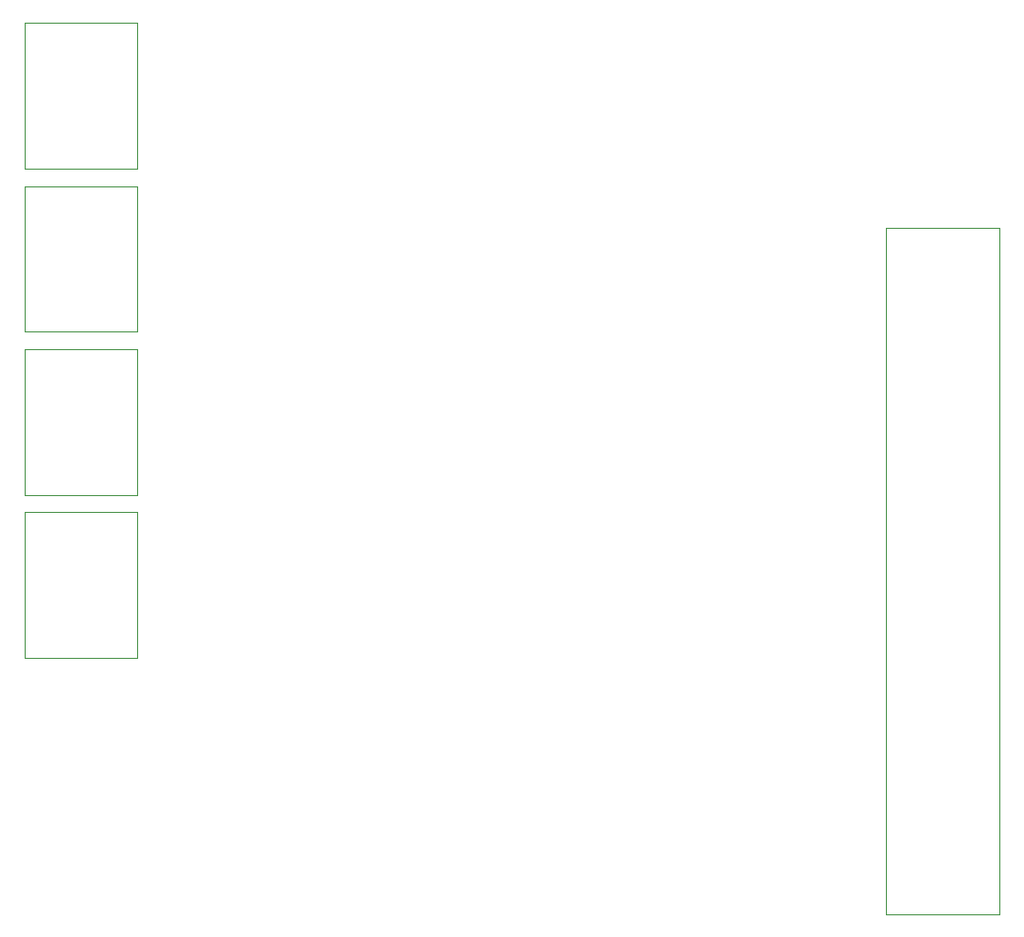
<source format=gbr>
%TF.GenerationSoftware,Altium Limited,Altium Designer,21.8.1 (53)*%
G04 Layer_Color=32768*
%FSLAX43Y43*%
%MOMM*%
%TF.SameCoordinates,E96829AD-C41B-4C4D-B55E-E99DFAFB1E42*%
%TF.FilePolarity,Positive*%
%TF.FileFunction,Other,Mechanical_15*%
%TF.Part,Single*%
G01*
G75*
%TA.AperFunction,NonConductor*%
%ADD35C,0.100*%
%ADD36C,0.050*%
D35*
X3900Y54245D02*
Y66745D01*
X13500D01*
Y54245D02*
Y66745D01*
X3900Y54245D02*
X13500D01*
X3900Y68245D02*
Y80745D01*
X13500D01*
Y68245D02*
Y80745D01*
X3900Y68245D02*
X13500D01*
X3900Y40245D02*
Y52745D01*
X13500D01*
Y40245D02*
Y52745D01*
X3900Y40245D02*
X13500D01*
X3900Y26245D02*
Y38745D01*
X13500D01*
Y26245D02*
Y38745D01*
X3900Y26245D02*
X13500D01*
D36*
X77825Y63155D02*
X87545D01*
Y4235D02*
Y63155D01*
X77825Y4235D02*
X87545D01*
X77825D02*
Y63155D01*
%TF.MD5,5dcae3894c5350f0ec298d852e0449f4*%
M02*

</source>
